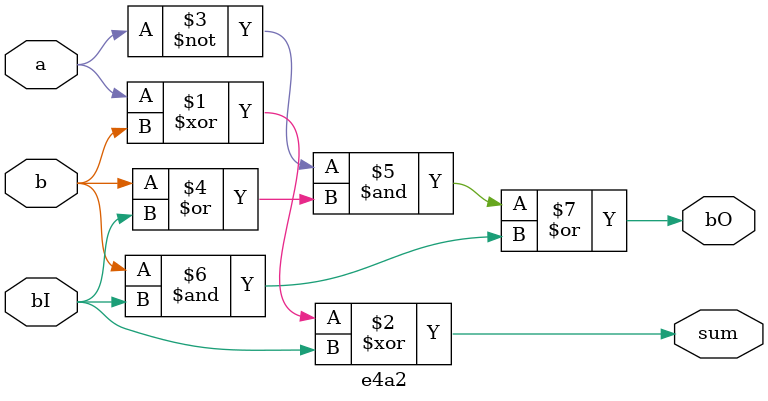
<source format=sv>


module tb;
  reg a, b, bI;
  wire o, bO;
  initial begin
    $dumpfile("dump.vcd");
    $dumpvars(1, tb);
    #00 a = 0; b = 0; bI = 0;
    #10 a = 0; b = 1; bI = 0;
    #10 a = 0; b = 1; bI = 1;
    #10 $stop;
  end
  e4a2 U1(o, bO, a, b, bI);
endmodule

// Design

module e4a2(output sum, bO, input a, b, bI);
  assign sum = a ^ b ^ bI;
  assign bO  = ((~a&(b|bI))|(b&bI));
endmodule

// Code by arcenter
// https://github.com/arcenter/UniCode/

</source>
